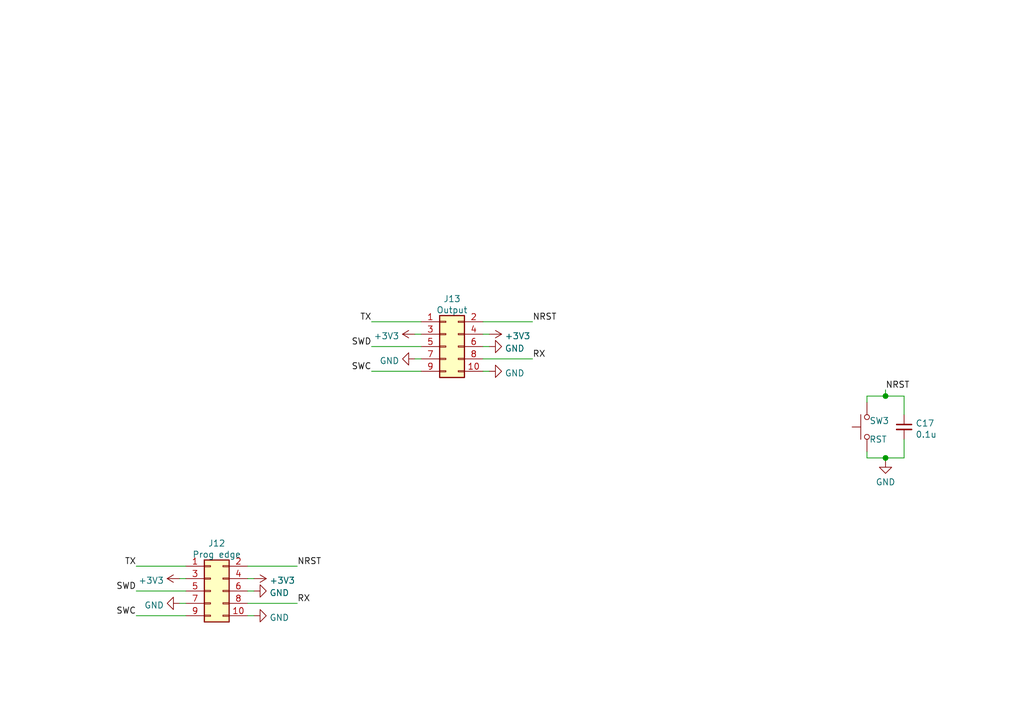
<source format=kicad_sch>
(kicad_sch (version 20210126) (generator eeschema)
  (paper "A5")
  (lib_symbols
    (symbol "Connector_Generic:Conn_02x05_Odd_Even" (pin_names (offset 1.016) hide)
      (property "Reference" "J" (at 1.27 7.62 0))
      (property "Value" "Conn_02x05_Odd_Even" (at 1.27 -7.62 0))
      (symbol "Conn_02x05_Odd_Even_1_1"
        (rectangle (start -1.27 -4.953) (end 0 -5.207) (stroke (width 0.1524)))
        (rectangle (start -1.27 -2.413) (end 0 -2.667) (stroke (width 0.1524)))
        (rectangle (start -1.27 0.127) (end 0 -0.127) (stroke (width 0.1524)))
        (rectangle (start -1.27 2.667) (end 0 2.413) (stroke (width 0.1524)))
        (rectangle (start -1.27 5.207) (end 0 4.953) (stroke (width 0.1524)))
        (rectangle (start 3.81 -4.953) (end 2.54 -5.207) (stroke (width 0.1524)))
        (rectangle (start 3.81 -2.413) (end 2.54 -2.667) (stroke (width 0.1524)))
        (rectangle (start 3.81 0.127) (end 2.54 -0.127) (stroke (width 0.1524)))
        (rectangle (start 3.81 2.667) (end 2.54 2.413) (stroke (width 0.1524)))
        (rectangle (start 3.81 5.207) (end 2.54 4.953) (stroke (width 0.1524)))
        (rectangle (start -1.27 6.35) (end 3.81 -6.35) (stroke (width 0.254)) (fill (type background)))
        (pin passive line (at -5.08 5.08 0) (length 3.81) (name "Pin_1") (number "1"))
        (pin passive line (at 7.62 -5.08 180) (length 3.81) (name "Pin_10") (number "10"))
        (pin passive line (at 7.62 5.08 180) (length 3.81) (name "Pin_2") (number "2"))
        (pin passive line (at -5.08 2.54 0) (length 3.81) (name "Pin_3") (number "3"))
        (pin passive line (at 7.62 2.54 180) (length 3.81) (name "Pin_4") (number "4"))
        (pin passive line (at -5.08 0 0) (length 3.81) (name "Pin_5") (number "5"))
        (pin passive line (at 7.62 0 180) (length 3.81) (name "Pin_6") (number "6"))
        (pin passive line (at -5.08 -2.54 0) (length 3.81) (name "Pin_7") (number "7"))
        (pin passive line (at 7.62 -2.54 180) (length 3.81) (name "Pin_8") (number "8"))
        (pin passive line (at -5.08 -5.08 0) (length 3.81) (name "Pin_9") (number "9"))
      )
    )
    (symbol "Device:C_Small" (pin_numbers hide) (pin_names (offset 0.254) hide)
      (property "Reference" "C" (at 0.254 1.778 0))
      (property "Value" "C_Small" (at 0.254 -2.032 0))
      (symbol "C_Small_0_1"
        (polyline (pts (xy -1.524 -0.508) (xy 1.524 -0.508)) (stroke (width 0.3302)))
        (polyline (pts (xy -1.524 0.508) (xy 1.524 0.508)) (stroke (width 0.3048)))
      )
      (symbol "C_Small_1_1"
        (pin passive line (at 0 2.54 270) (length 2.032) (name "~") (number "1"))
        (pin passive line (at 0 -2.54 90) (length 2.032) (name "~") (number "2"))
      )
    )
    (symbol "Switch:SW_Push" (pin_numbers hide) (pin_names (offset 1.016) hide)
      (property "Reference" "SW" (at 1.27 2.54 0))
      (property "Value" "SW_Push" (at 0 -1.524 0))
      (symbol "SW_Push_0_1"
        (circle (center -2.032 0) (radius 0.508))
        (circle (center 2.032 0) (radius 0.508))
        (polyline (pts (xy 0 1.27) (xy 0 3.048)))
        (polyline (pts (xy 2.54 1.27) (xy -2.54 1.27)))
        (pin passive line (at -5.08 0 0) (length 2.54) (name "1") (number "1"))
        (pin passive line (at 5.08 0 180) (length 2.54) (name "2") (number "2"))
      )
    )
    (symbol "power:+3.3V" (power) (pin_names (offset 0))
      (property "Value" "+3.3V" (at 0 3.556 0))
      (symbol "+3.3V_0_1"
        (polyline (pts (xy -0.762 1.27) (xy 0 2.54)))
        (polyline (pts (xy 0 0) (xy 0 2.54)))
        (polyline (pts (xy 0 2.54) (xy 0.762 1.27)))
      )
      (symbol "+3.3V_1_1"
        (pin power_in line (at 0 0 90) (length 0) hide (name "+3V3") (number "1"))
      )
    )
    (symbol "power:GND" (power) (pin_names (offset 0))
      (property "Value" "GND" (at 0 -3.81 0))
      (symbol "GND_0_1"
        (polyline (pts (xy 0 0) (xy 0 -1.27) (xy 1.27 -1.27) (xy 0 -2.54) (xy -1.27 -1.27) (xy 0 -1.27)))
      )
      (symbol "GND_1_1"
        (pin power_in line (at 0 0 270) (length 0) hide (name "GND") (number "1"))
      )
    )
  )
  (junction (at 181.61 81.28) (diameter 1.016))
  (junction (at 181.61 93.98) (diameter 1.016))
  (wire (pts (xy 27.94 116.205) (xy 38.1 116.205)))
  (wire (pts (xy 27.94 121.285) (xy 38.1 121.285)))
  (wire (pts (xy 27.94 126.365) (xy 38.1 126.365)))
  (wire (pts (xy 36.83 118.745) (xy 38.1 118.745)))
  (wire (pts (xy 36.83 123.825) (xy 38.1 123.825)))
  (wire (pts (xy 50.8 116.205) (xy 60.96 116.205)))
  (wire (pts (xy 50.8 118.745) (xy 52.07 118.745)))
  (wire (pts (xy 50.8 121.285) (xy 52.07 121.285)))
  (wire (pts (xy 50.8 123.825) (xy 60.96 123.825)))
  (wire (pts (xy 50.8 126.365) (xy 52.07 126.365)))
  (wire (pts (xy 76.2 66.04) (xy 86.36 66.04)))
  (wire (pts (xy 76.2 71.12) (xy 86.36 71.12)))
  (wire (pts (xy 76.2 76.2) (xy 86.36 76.2)))
  (wire (pts (xy 85.09 68.58) (xy 86.36 68.58)))
  (wire (pts (xy 85.09 73.66) (xy 86.36 73.66)))
  (wire (pts (xy 99.06 66.04) (xy 109.22 66.04)))
  (wire (pts (xy 99.06 68.58) (xy 100.33 68.58)))
  (wire (pts (xy 99.06 71.12) (xy 100.33 71.12)))
  (wire (pts (xy 99.06 73.66) (xy 109.22 73.66)))
  (wire (pts (xy 99.06 76.2) (xy 100.33 76.2)))
  (wire (pts (xy 177.8 81.28) (xy 181.61 81.28)))
  (wire (pts (xy 177.8 82.55) (xy 177.8 81.28)))
  (wire (pts (xy 177.8 93.98) (xy 177.8 92.71)))
  (wire (pts (xy 181.61 80.01) (xy 181.61 81.28)))
  (wire (pts (xy 181.61 81.28) (xy 185.42 81.28)))
  (wire (pts (xy 181.61 93.98) (xy 177.8 93.98)))
  (wire (pts (xy 181.61 94.615) (xy 181.61 93.98)))
  (wire (pts (xy 185.42 81.28) (xy 185.42 85.09)))
  (wire (pts (xy 185.42 90.17) (xy 185.42 93.98)))
  (wire (pts (xy 185.42 93.98) (xy 181.61 93.98)))
  (label "TX" (at 27.94 116.205 180))
  (label "SWD" (at 27.94 121.285 180))
  (label "SWC" (at 27.94 126.365 180))
  (label "NRST" (at 60.96 116.205 0))
  (label "RX" (at 60.96 123.825 0))
  (label "TX" (at 76.2 66.04 180))
  (label "SWD" (at 76.2 71.12 180))
  (label "SWC" (at 76.2 76.2 180))
  (label "NRST" (at 109.22 66.04 0))
  (label "RX" (at 109.22 73.66 0))
  (label "NRST" (at 181.61 80.01 0))
  (symbol (lib_id "power:+3.3V") (at 36.83 118.745 90) (unit 1)
    (property "Reference" "#PWR0168" (effects hide))
    (property "Value" "+3.3V" (at 33.6549 119.1335 90) (effects (justify left)))
  )
  (symbol (lib_id "power:+3.3V") (at 52.07 118.745 270) (unit 1)
    (property "Reference" "#PWR0167" (effects hide))
    (property "Value" "+3.3V" (at 55.2451 119.1335 90) (effects (justify left)))
  )
  (symbol (lib_id "power:+3.3V") (at 85.09 68.58 90) (unit 1)
    (property "Reference" "#PWR0165" (effects hide))
    (property "Value" "+3.3V" (at 81.9149 68.9685 90) (effects (justify left)))
  )
  (symbol (lib_id "power:+3.3V") (at 100.33 68.58 270) (unit 1)
    (property "Reference" "#PWR0163" (effects hide))
    (property "Value" "+3.3V" (at 103.5051 68.9685 90) (effects (justify left)))
  )
  (symbol (lib_id "power:GND") (at 36.83 123.825 270) (unit 1)
    (property "Reference" "#PWR0169" (effects hide))
    (property "Value" "GND" (at 33.655 124.2135 90) (effects (justify right)))
  )
  (symbol (lib_id "power:GND") (at 52.07 121.285 90) (unit 1)
    (property "Reference" "#PWR0170" (effects hide))
    (property "Value" "GND" (at 55.2451 121.6735 90) (effects (justify right)))
  )
  (symbol (lib_id "power:GND") (at 52.07 126.365 90) (unit 1)
    (property "Reference" "#PWR0164" (effects hide))
    (property "Value" "GND" (at 55.2451 126.7535 90) (effects (justify right)))
  )
  (symbol (lib_id "power:GND") (at 85.09 73.66 270) (unit 1)
    (property "Reference" "#PWR0166" (effects hide))
    (property "Value" "GND" (at 81.915 74.0485 90) (effects (justify right)))
  )
  (symbol (lib_id "power:GND") (at 100.33 71.12 90) (unit 1)
    (property "Reference" "#PWR0162" (effects hide))
    (property "Value" "GND" (at 103.5051 71.5085 90) (effects (justify right)))
  )
  (symbol (lib_id "power:GND") (at 100.33 76.2 90) (unit 1)
    (property "Reference" "#PWR0160" (effects hide))
    (property "Value" "GND" (at 103.5051 76.5885 90) (effects (justify right)))
  )
  (symbol (lib_id "power:GND") (at 181.61 94.615 0) (unit 1)
    (property "Reference" "#PWR0161" (effects hide))
    (property "Value" "GND" (at 181.61 98.9394 0))
  )
  (symbol (lib_id "Device:C_Small") (at 185.42 87.63 0) (unit 1)
    (property "Reference" "C17" (at 187.7442 86.8691 0) (effects (justify left)))
    (property "Value" "0.1u" (at 187.7442 89.1678 0) (effects (justify left)))
    (property "Footprint" "Capacitor_SMD:C_0603_1608Metric" (effects hide))
    (property "LCSC Part" "C14663" (effects hide))
  )
  (symbol (lib_id "Switch:SW_Push") (at 177.8 87.63 90) (unit 1)
    (property "Reference" "SW3" (at 180.3358 86.36 90))
    (property "Value" "RST" (at 180.0945 90.17 90))
    (property "Footprint" "Button_Switch_SMD:SW_Push_SPST_NO_Alps_SKRK" (effects hide))
  )
  (symbol (lib_id "Connector_Generic:Conn_02x05_Odd_Even") (at 43.18 121.285 0) (unit 1)
    (property "Reference" "J12" (at 44.45 111.5018 0))
    (property "Value" "Prog edge" (at 44.45 113.8005 0))
    (property "Footprint" "Connector_PCBEdge:Samtec_MECF-05-01-NP-L-DV-WT_2x05_P1.27mm_Socket_Horizontal" (effects hide))
  )
  (symbol (lib_id "Connector_Generic:Conn_02x05_Odd_Even") (at 91.44 71.12 0) (unit 1)
    (property "Reference" "J13" (at 92.71 61.3368 0))
    (property "Value" "Output" (at 92.71 63.6355 0))
    (property "Footprint" "Connector_PinSocket_2.54mm:PinSocket_2x05_P2.54mm_Vertical" (effects hide))
  )
)
</source>
